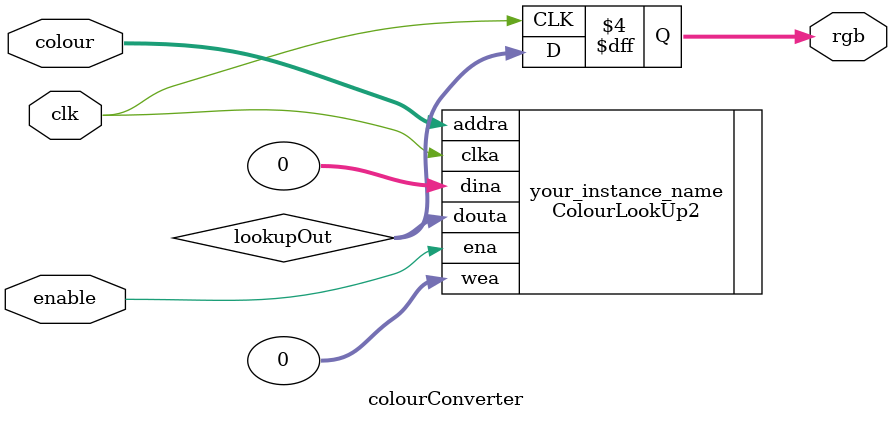
<source format=v>


`timescale 1ns / 100ps

module colourConverter (clk, colour, enable, rgb);
    input clk;
    input [2:0] colour;
    input enable;
    output reg [23:0] rgb;

    wire [23:0] lookupOut;

    always @(posedge clk) begin
        rgb = lookupOut;
    end
    
    ColourLookUp2 your_instance_name (
        .clka(clk),
        .ena(enable),
        .wea(0),
        .addra(colour),
        .dina(0),
        .douta(lookupOut)
    );

endmodule

</source>
